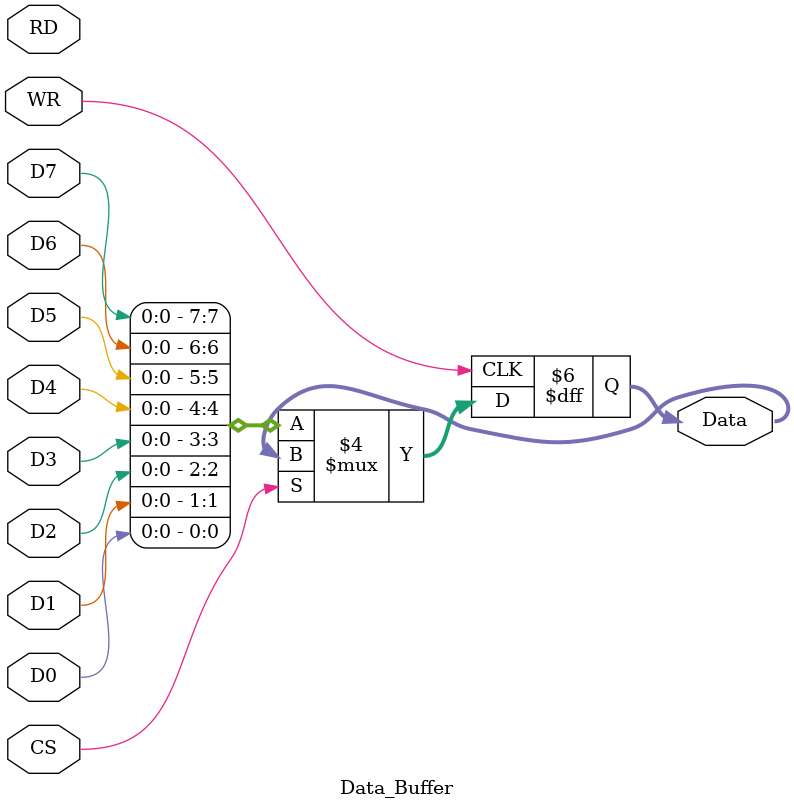
<source format=v>
module Data_Buffer(D0,D1,D2,D3,D4,D5,D6,D7,Data,WR,RD,CS);
  
  input WR,RD,CS;
  
  input D0,D1,D2,D3,D4,D5,D6,D7;
  
  output reg[7:0]Data;
  
  //assign Data = ((~WR & ~CS) ==1) ? {D7,D6,D5,D4,D3,D2,D1,D0}:0;
  always@(negedge WR) begin
      if(CS==0) begin
        Data <= {D7,D6,D5,D4,D3,D2,D1,D0};
      end
    else
      Data <= Data; 
  end
  
 
endmodule

</source>
